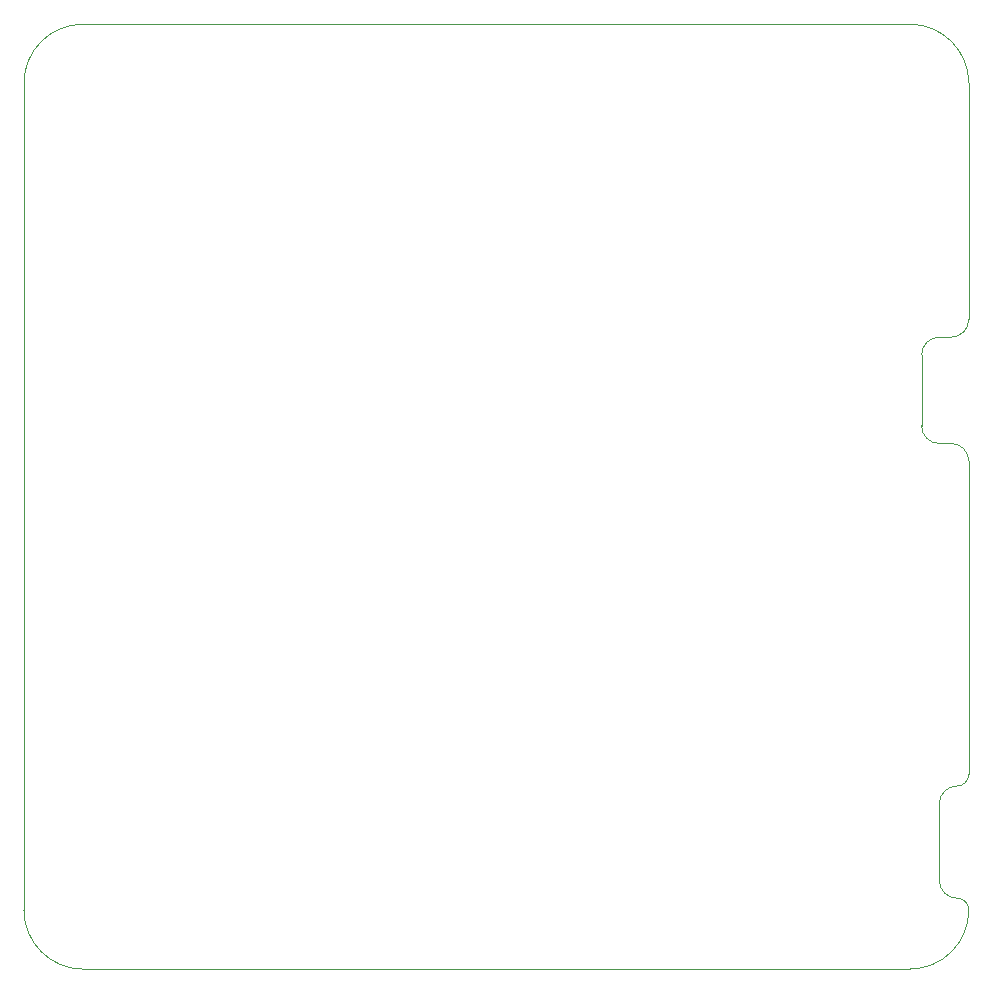
<source format=gbr>
%TF.GenerationSoftware,KiCad,Pcbnew,9.0.0*%
%TF.CreationDate,2025-06-19T18:13:14+09:00*%
%TF.ProjectId,FLP_PCB_terminal,464c505f-5043-4425-9f74-65726d696e61,rev?*%
%TF.SameCoordinates,Original*%
%TF.FileFunction,Profile,NP*%
%FSLAX46Y46*%
G04 Gerber Fmt 4.6, Leading zero omitted, Abs format (unit mm)*
G04 Created by KiCad (PCBNEW 9.0.0) date 2025-06-19 18:13:14*
%MOMM*%
%LPD*%
G01*
G04 APERTURE LIST*
%TA.AperFunction,Profile*%
%ADD10C,0.050000*%
%TD*%
G04 APERTURE END LIST*
D10*
X122500000Y-111500000D02*
X123500000Y-111500000D01*
X122500000Y-120500000D02*
X123500000Y-120500000D01*
X121000000Y-113000000D02*
X121000000Y-119000000D01*
X122500000Y-120500000D02*
G75*
G02*
X121000000Y-119000000I0J1500000D01*
G01*
X121000000Y-113000000D02*
G75*
G02*
X122500000Y-111500000I1500000J0D01*
G01*
X124000000Y-159000000D02*
G75*
G02*
X122500000Y-157500000I0J1500000D01*
G01*
X125000000Y-148500000D02*
X125000000Y-122000000D01*
X125000000Y-148500000D02*
G75*
G02*
X124000000Y-149500000I-1000000J0D01*
G01*
X122500000Y-151000000D02*
G75*
G02*
X124000000Y-149500000I1500000J0D01*
G01*
X124000000Y-159000000D02*
G75*
G02*
X125000000Y-160000000I0J-1000000D01*
G01*
X125000000Y-110000000D02*
X125000000Y-90000000D01*
X125000000Y-110000000D02*
G75*
G02*
X123500000Y-111500000I-1500000J0D01*
G01*
X123500000Y-120500000D02*
G75*
G02*
X125000000Y-122000000I0J-1500000D01*
G01*
X50000000Y-165000000D02*
G75*
G02*
X45000000Y-160000000I0J5000000D01*
G01*
X120000000Y-85000000D02*
G75*
G02*
X125000000Y-90000000I0J-5000000D01*
G01*
X45000000Y-90000000D02*
G75*
G02*
X50000000Y-85000000I5000000J0D01*
G01*
X125000000Y-160000000D02*
G75*
G02*
X120000000Y-165000000I-5000000J0D01*
G01*
X50000000Y-165000000D02*
X120000000Y-165000000D01*
X45000000Y-90000000D02*
X45000000Y-160000000D01*
X50000000Y-85000000D02*
X120000000Y-85000000D01*
X122500000Y-151000000D02*
X122500000Y-157500000D01*
M02*

</source>
